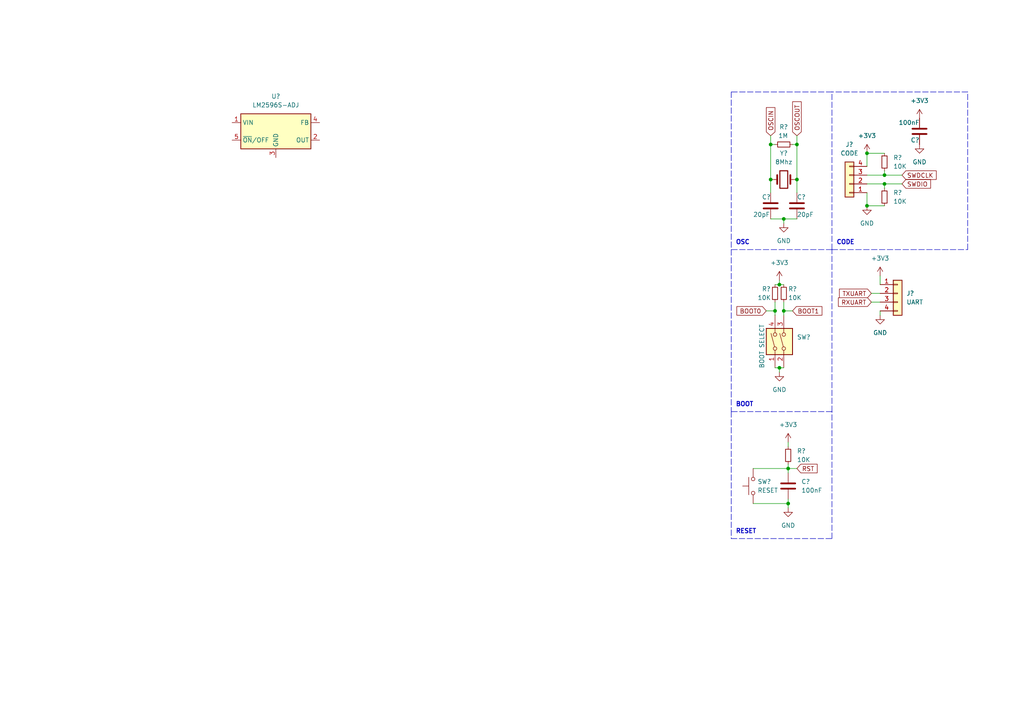
<source format=kicad_sch>
(kicad_sch (version 20211123) (generator eeschema)

  (uuid b7c20d97-bcac-47b9-b41c-0126a66b2490)

  (paper "A4")

  (lib_symbols
    (symbol "Connector_Generic:Conn_01x04" (pin_names (offset 1.016) hide) (in_bom yes) (on_board yes)
      (property "Reference" "J" (id 0) (at 0 5.08 0)
        (effects (font (size 1.27 1.27)))
      )
      (property "Value" "Conn_01x04" (id 1) (at 0 -7.62 0)
        (effects (font (size 1.27 1.27)))
      )
      (property "Footprint" "" (id 2) (at 0 0 0)
        (effects (font (size 1.27 1.27)) hide)
      )
      (property "Datasheet" "~" (id 3) (at 0 0 0)
        (effects (font (size 1.27 1.27)) hide)
      )
      (property "ki_keywords" "connector" (id 4) (at 0 0 0)
        (effects (font (size 1.27 1.27)) hide)
      )
      (property "ki_description" "Generic connector, single row, 01x04, script generated (kicad-library-utils/schlib/autogen/connector/)" (id 5) (at 0 0 0)
        (effects (font (size 1.27 1.27)) hide)
      )
      (property "ki_fp_filters" "Connector*:*_1x??_*" (id 6) (at 0 0 0)
        (effects (font (size 1.27 1.27)) hide)
      )
      (symbol "Conn_01x04_1_1"
        (rectangle (start -1.27 -4.953) (end 0 -5.207)
          (stroke (width 0.1524) (type default) (color 0 0 0 0))
          (fill (type none))
        )
        (rectangle (start -1.27 -2.413) (end 0 -2.667)
          (stroke (width 0.1524) (type default) (color 0 0 0 0))
          (fill (type none))
        )
        (rectangle (start -1.27 0.127) (end 0 -0.127)
          (stroke (width 0.1524) (type default) (color 0 0 0 0))
          (fill (type none))
        )
        (rectangle (start -1.27 2.667) (end 0 2.413)
          (stroke (width 0.1524) (type default) (color 0 0 0 0))
          (fill (type none))
        )
        (rectangle (start -1.27 3.81) (end 1.27 -6.35)
          (stroke (width 0.254) (type default) (color 0 0 0 0))
          (fill (type background))
        )
        (pin passive line (at -5.08 2.54 0) (length 3.81)
          (name "Pin_1" (effects (font (size 1.27 1.27))))
          (number "1" (effects (font (size 1.27 1.27))))
        )
        (pin passive line (at -5.08 0 0) (length 3.81)
          (name "Pin_2" (effects (font (size 1.27 1.27))))
          (number "2" (effects (font (size 1.27 1.27))))
        )
        (pin passive line (at -5.08 -2.54 0) (length 3.81)
          (name "Pin_3" (effects (font (size 1.27 1.27))))
          (number "3" (effects (font (size 1.27 1.27))))
        )
        (pin passive line (at -5.08 -5.08 0) (length 3.81)
          (name "Pin_4" (effects (font (size 1.27 1.27))))
          (number "4" (effects (font (size 1.27 1.27))))
        )
      )
    )
    (symbol "Device:C" (pin_numbers hide) (pin_names (offset 0.254)) (in_bom yes) (on_board yes)
      (property "Reference" "C" (id 0) (at 0.635 2.54 0)
        (effects (font (size 1.27 1.27)) (justify left))
      )
      (property "Value" "C" (id 1) (at 0.635 -2.54 0)
        (effects (font (size 1.27 1.27)) (justify left))
      )
      (property "Footprint" "" (id 2) (at 0.9652 -3.81 0)
        (effects (font (size 1.27 1.27)) hide)
      )
      (property "Datasheet" "~" (id 3) (at 0 0 0)
        (effects (font (size 1.27 1.27)) hide)
      )
      (property "ki_keywords" "cap capacitor" (id 4) (at 0 0 0)
        (effects (font (size 1.27 1.27)) hide)
      )
      (property "ki_description" "Unpolarized capacitor" (id 5) (at 0 0 0)
        (effects (font (size 1.27 1.27)) hide)
      )
      (property "ki_fp_filters" "C_*" (id 6) (at 0 0 0)
        (effects (font (size 1.27 1.27)) hide)
      )
      (symbol "C_0_1"
        (polyline
          (pts
            (xy -2.032 -0.762)
            (xy 2.032 -0.762)
          )
          (stroke (width 0.508) (type default) (color 0 0 0 0))
          (fill (type none))
        )
        (polyline
          (pts
            (xy -2.032 0.762)
            (xy 2.032 0.762)
          )
          (stroke (width 0.508) (type default) (color 0 0 0 0))
          (fill (type none))
        )
      )
      (symbol "C_1_1"
        (pin passive line (at 0 3.81 270) (length 2.794)
          (name "~" (effects (font (size 1.27 1.27))))
          (number "1" (effects (font (size 1.27 1.27))))
        )
        (pin passive line (at 0 -3.81 90) (length 2.794)
          (name "~" (effects (font (size 1.27 1.27))))
          (number "2" (effects (font (size 1.27 1.27))))
        )
      )
    )
    (symbol "Device:Crystal" (pin_numbers hide) (pin_names (offset 1.016) hide) (in_bom yes) (on_board yes)
      (property "Reference" "Y" (id 0) (at 0 3.81 0)
        (effects (font (size 1.27 1.27)))
      )
      (property "Value" "Crystal" (id 1) (at 0 -3.81 0)
        (effects (font (size 1.27 1.27)))
      )
      (property "Footprint" "" (id 2) (at 0 0 0)
        (effects (font (size 1.27 1.27)) hide)
      )
      (property "Datasheet" "~" (id 3) (at 0 0 0)
        (effects (font (size 1.27 1.27)) hide)
      )
      (property "ki_keywords" "quartz ceramic resonator oscillator" (id 4) (at 0 0 0)
        (effects (font (size 1.27 1.27)) hide)
      )
      (property "ki_description" "Two pin crystal" (id 5) (at 0 0 0)
        (effects (font (size 1.27 1.27)) hide)
      )
      (property "ki_fp_filters" "Crystal*" (id 6) (at 0 0 0)
        (effects (font (size 1.27 1.27)) hide)
      )
      (symbol "Crystal_0_1"
        (rectangle (start -1.143 2.54) (end 1.143 -2.54)
          (stroke (width 0.3048) (type default) (color 0 0 0 0))
          (fill (type none))
        )
        (polyline
          (pts
            (xy -2.54 0)
            (xy -1.905 0)
          )
          (stroke (width 0) (type default) (color 0 0 0 0))
          (fill (type none))
        )
        (polyline
          (pts
            (xy -1.905 -1.27)
            (xy -1.905 1.27)
          )
          (stroke (width 0.508) (type default) (color 0 0 0 0))
          (fill (type none))
        )
        (polyline
          (pts
            (xy 1.905 -1.27)
            (xy 1.905 1.27)
          )
          (stroke (width 0.508) (type default) (color 0 0 0 0))
          (fill (type none))
        )
        (polyline
          (pts
            (xy 2.54 0)
            (xy 1.905 0)
          )
          (stroke (width 0) (type default) (color 0 0 0 0))
          (fill (type none))
        )
      )
      (symbol "Crystal_1_1"
        (pin passive line (at -3.81 0 0) (length 1.27)
          (name "1" (effects (font (size 1.27 1.27))))
          (number "1" (effects (font (size 1.27 1.27))))
        )
        (pin passive line (at 3.81 0 180) (length 1.27)
          (name "2" (effects (font (size 1.27 1.27))))
          (number "2" (effects (font (size 1.27 1.27))))
        )
      )
    )
    (symbol "Device:R_Small" (pin_numbers hide) (pin_names (offset 0.254) hide) (in_bom yes) (on_board yes)
      (property "Reference" "R" (id 0) (at 0.762 0.508 0)
        (effects (font (size 1.27 1.27)) (justify left))
      )
      (property "Value" "R_Small" (id 1) (at 0.762 -1.016 0)
        (effects (font (size 1.27 1.27)) (justify left))
      )
      (property "Footprint" "" (id 2) (at 0 0 0)
        (effects (font (size 1.27 1.27)) hide)
      )
      (property "Datasheet" "~" (id 3) (at 0 0 0)
        (effects (font (size 1.27 1.27)) hide)
      )
      (property "ki_keywords" "R resistor" (id 4) (at 0 0 0)
        (effects (font (size 1.27 1.27)) hide)
      )
      (property "ki_description" "Resistor, small symbol" (id 5) (at 0 0 0)
        (effects (font (size 1.27 1.27)) hide)
      )
      (property "ki_fp_filters" "R_*" (id 6) (at 0 0 0)
        (effects (font (size 1.27 1.27)) hide)
      )
      (symbol "R_Small_0_1"
        (rectangle (start -0.762 1.778) (end 0.762 -1.778)
          (stroke (width 0.2032) (type default) (color 0 0 0 0))
          (fill (type none))
        )
      )
      (symbol "R_Small_1_1"
        (pin passive line (at 0 2.54 270) (length 0.762)
          (name "~" (effects (font (size 1.27 1.27))))
          (number "1" (effects (font (size 1.27 1.27))))
        )
        (pin passive line (at 0 -2.54 90) (length 0.762)
          (name "~" (effects (font (size 1.27 1.27))))
          (number "2" (effects (font (size 1.27 1.27))))
        )
      )
    )
    (symbol "Regulator_Switching:LM2596S-ADJ" (in_bom yes) (on_board yes)
      (property "Reference" "U" (id 0) (at -10.16 6.35 0)
        (effects (font (size 1.27 1.27)) (justify left))
      )
      (property "Value" "LM2596S-ADJ" (id 1) (at 0 6.35 0)
        (effects (font (size 1.27 1.27)) (justify left))
      )
      (property "Footprint" "Package_TO_SOT_SMD:TO-263-5_TabPin3" (id 2) (at 1.27 -6.35 0)
        (effects (font (size 1.27 1.27) italic) (justify left) hide)
      )
      (property "Datasheet" "http://www.ti.com/lit/ds/symlink/lm2596.pdf" (id 3) (at 0 0 0)
        (effects (font (size 1.27 1.27)) hide)
      )
      (property "ki_keywords" "Step-Down Voltage Regulator Adjustable 3A" (id 4) (at 0 0 0)
        (effects (font (size 1.27 1.27)) hide)
      )
      (property "ki_description" "Adjustable 3A Step-Down Voltage Regulator, TO-263" (id 5) (at 0 0 0)
        (effects (font (size 1.27 1.27)) hide)
      )
      (property "ki_fp_filters" "TO?263*" (id 6) (at 0 0 0)
        (effects (font (size 1.27 1.27)) hide)
      )
      (symbol "LM2596S-ADJ_0_1"
        (rectangle (start -10.16 5.08) (end 10.16 -5.08)
          (stroke (width 0.254) (type default) (color 0 0 0 0))
          (fill (type background))
        )
      )
      (symbol "LM2596S-ADJ_1_1"
        (pin power_in line (at -12.7 2.54 0) (length 2.54)
          (name "VIN" (effects (font (size 1.27 1.27))))
          (number "1" (effects (font (size 1.27 1.27))))
        )
        (pin output line (at 12.7 -2.54 180) (length 2.54)
          (name "OUT" (effects (font (size 1.27 1.27))))
          (number "2" (effects (font (size 1.27 1.27))))
        )
        (pin power_in line (at 0 -7.62 90) (length 2.54)
          (name "GND" (effects (font (size 1.27 1.27))))
          (number "3" (effects (font (size 1.27 1.27))))
        )
        (pin input line (at 12.7 2.54 180) (length 2.54)
          (name "FB" (effects (font (size 1.27 1.27))))
          (number "4" (effects (font (size 1.27 1.27))))
        )
        (pin input line (at -12.7 -2.54 0) (length 2.54)
          (name "~{ON}/OFF" (effects (font (size 1.27 1.27))))
          (number "5" (effects (font (size 1.27 1.27))))
        )
      )
    )
    (symbol "Switch:SW_DIP_x02" (pin_names (offset 0) hide) (in_bom yes) (on_board yes)
      (property "Reference" "SW" (id 0) (at 0 6.35 0)
        (effects (font (size 1.27 1.27)))
      )
      (property "Value" "SW_DIP_x02" (id 1) (at 0 -3.81 0)
        (effects (font (size 1.27 1.27)))
      )
      (property "Footprint" "" (id 2) (at 0 0 0)
        (effects (font (size 1.27 1.27)) hide)
      )
      (property "Datasheet" "~" (id 3) (at 0 0 0)
        (effects (font (size 1.27 1.27)) hide)
      )
      (property "ki_keywords" "dip switch" (id 4) (at 0 0 0)
        (effects (font (size 1.27 1.27)) hide)
      )
      (property "ki_description" "2x DIP Switch, Single Pole Single Throw (SPST) switch, small symbol" (id 5) (at 0 0 0)
        (effects (font (size 1.27 1.27)) hide)
      )
      (property "ki_fp_filters" "SW?DIP?x2*" (id 6) (at 0 0 0)
        (effects (font (size 1.27 1.27)) hide)
      )
      (symbol "SW_DIP_x02_0_0"
        (circle (center -2.032 0) (radius 0.508)
          (stroke (width 0) (type default) (color 0 0 0 0))
          (fill (type none))
        )
        (circle (center -2.032 2.54) (radius 0.508)
          (stroke (width 0) (type default) (color 0 0 0 0))
          (fill (type none))
        )
        (polyline
          (pts
            (xy -1.524 0.127)
            (xy 2.3622 1.1684)
          )
          (stroke (width 0) (type default) (color 0 0 0 0))
          (fill (type none))
        )
        (polyline
          (pts
            (xy -1.524 2.667)
            (xy 2.3622 3.7084)
          )
          (stroke (width 0) (type default) (color 0 0 0 0))
          (fill (type none))
        )
        (circle (center 2.032 0) (radius 0.508)
          (stroke (width 0) (type default) (color 0 0 0 0))
          (fill (type none))
        )
        (circle (center 2.032 2.54) (radius 0.508)
          (stroke (width 0) (type default) (color 0 0 0 0))
          (fill (type none))
        )
      )
      (symbol "SW_DIP_x02_0_1"
        (rectangle (start -3.81 5.08) (end 3.81 -2.54)
          (stroke (width 0.254) (type default) (color 0 0 0 0))
          (fill (type background))
        )
      )
      (symbol "SW_DIP_x02_1_1"
        (pin passive line (at -7.62 2.54 0) (length 5.08)
          (name "~" (effects (font (size 1.27 1.27))))
          (number "1" (effects (font (size 1.27 1.27))))
        )
        (pin passive line (at -7.62 0 0) (length 5.08)
          (name "~" (effects (font (size 1.27 1.27))))
          (number "2" (effects (font (size 1.27 1.27))))
        )
        (pin passive line (at 7.62 0 180) (length 5.08)
          (name "~" (effects (font (size 1.27 1.27))))
          (number "3" (effects (font (size 1.27 1.27))))
        )
        (pin passive line (at 7.62 2.54 180) (length 5.08)
          (name "~" (effects (font (size 1.27 1.27))))
          (number "4" (effects (font (size 1.27 1.27))))
        )
      )
    )
    (symbol "Switch:SW_Push" (pin_numbers hide) (pin_names (offset 1.016) hide) (in_bom yes) (on_board yes)
      (property "Reference" "SW" (id 0) (at 1.27 2.54 0)
        (effects (font (size 1.27 1.27)) (justify left))
      )
      (property "Value" "SW_Push" (id 1) (at 0 -1.524 0)
        (effects (font (size 1.27 1.27)))
      )
      (property "Footprint" "" (id 2) (at 0 5.08 0)
        (effects (font (size 1.27 1.27)) hide)
      )
      (property "Datasheet" "~" (id 3) (at 0 5.08 0)
        (effects (font (size 1.27 1.27)) hide)
      )
      (property "ki_keywords" "switch normally-open pushbutton push-button" (id 4) (at 0 0 0)
        (effects (font (size 1.27 1.27)) hide)
      )
      (property "ki_description" "Push button switch, generic, two pins" (id 5) (at 0 0 0)
        (effects (font (size 1.27 1.27)) hide)
      )
      (symbol "SW_Push_0_1"
        (circle (center -2.032 0) (radius 0.508)
          (stroke (width 0) (type default) (color 0 0 0 0))
          (fill (type none))
        )
        (polyline
          (pts
            (xy 0 1.27)
            (xy 0 3.048)
          )
          (stroke (width 0) (type default) (color 0 0 0 0))
          (fill (type none))
        )
        (polyline
          (pts
            (xy 2.54 1.27)
            (xy -2.54 1.27)
          )
          (stroke (width 0) (type default) (color 0 0 0 0))
          (fill (type none))
        )
        (circle (center 2.032 0) (radius 0.508)
          (stroke (width 0) (type default) (color 0 0 0 0))
          (fill (type none))
        )
        (pin passive line (at -5.08 0 0) (length 2.54)
          (name "1" (effects (font (size 1.27 1.27))))
          (number "1" (effects (font (size 1.27 1.27))))
        )
        (pin passive line (at 5.08 0 180) (length 2.54)
          (name "2" (effects (font (size 1.27 1.27))))
          (number "2" (effects (font (size 1.27 1.27))))
        )
      )
    )
    (symbol "power:+3V3" (power) (pin_names (offset 0)) (in_bom yes) (on_board yes)
      (property "Reference" "#PWR" (id 0) (at 0 -3.81 0)
        (effects (font (size 1.27 1.27)) hide)
      )
      (property "Value" "+3V3" (id 1) (at 0 3.556 0)
        (effects (font (size 1.27 1.27)))
      )
      (property "Footprint" "" (id 2) (at 0 0 0)
        (effects (font (size 1.27 1.27)) hide)
      )
      (property "Datasheet" "" (id 3) (at 0 0 0)
        (effects (font (size 1.27 1.27)) hide)
      )
      (property "ki_keywords" "power-flag" (id 4) (at 0 0 0)
        (effects (font (size 1.27 1.27)) hide)
      )
      (property "ki_description" "Power symbol creates a global label with name \"+3V3\"" (id 5) (at 0 0 0)
        (effects (font (size 1.27 1.27)) hide)
      )
      (symbol "+3V3_0_1"
        (polyline
          (pts
            (xy -0.762 1.27)
            (xy 0 2.54)
          )
          (stroke (width 0) (type default) (color 0 0 0 0))
          (fill (type none))
        )
        (polyline
          (pts
            (xy 0 0)
            (xy 0 2.54)
          )
          (stroke (width 0) (type default) (color 0 0 0 0))
          (fill (type none))
        )
        (polyline
          (pts
            (xy 0 2.54)
            (xy 0.762 1.27)
          )
          (stroke (width 0) (type default) (color 0 0 0 0))
          (fill (type none))
        )
      )
      (symbol "+3V3_1_1"
        (pin power_in line (at 0 0 90) (length 0) hide
          (name "+3V3" (effects (font (size 1.27 1.27))))
          (number "1" (effects (font (size 1.27 1.27))))
        )
      )
    )
    (symbol "power:GND" (power) (pin_names (offset 0)) (in_bom yes) (on_board yes)
      (property "Reference" "#PWR" (id 0) (at 0 -6.35 0)
        (effects (font (size 1.27 1.27)) hide)
      )
      (property "Value" "GND" (id 1) (at 0 -3.81 0)
        (effects (font (size 1.27 1.27)))
      )
      (property "Footprint" "" (id 2) (at 0 0 0)
        (effects (font (size 1.27 1.27)) hide)
      )
      (property "Datasheet" "" (id 3) (at 0 0 0)
        (effects (font (size 1.27 1.27)) hide)
      )
      (property "ki_keywords" "power-flag" (id 4) (at 0 0 0)
        (effects (font (size 1.27 1.27)) hide)
      )
      (property "ki_description" "Power symbol creates a global label with name \"GND\" , ground" (id 5) (at 0 0 0)
        (effects (font (size 1.27 1.27)) hide)
      )
      (symbol "GND_0_1"
        (polyline
          (pts
            (xy 0 0)
            (xy 0 -1.27)
            (xy 1.27 -1.27)
            (xy 0 -2.54)
            (xy -1.27 -1.27)
            (xy 0 -1.27)
          )
          (stroke (width 0) (type default) (color 0 0 0 0))
          (fill (type none))
        )
      )
      (symbol "GND_1_1"
        (pin power_in line (at 0 0 270) (length 0) hide
          (name "GND" (effects (font (size 1.27 1.27))))
          (number "1" (effects (font (size 1.27 1.27))))
        )
      )
    )
  )

  (junction (at 223.52 41.91) (diameter 0) (color 0 0 0 0)
    (uuid 0023e298-84e6-4ff4-87a6-254c16798ad8)
  )
  (junction (at 256.54 53.34) (diameter 0) (color 0 0 0 0)
    (uuid 016dae1e-f166-4194-b03b-73be6d6a84b3)
  )
  (junction (at 224.79 90.17) (diameter 0) (color 0 0 0 0)
    (uuid 03914dfb-0ee7-443b-afdb-82cd1ecc5ab3)
  )
  (junction (at 251.46 44.45) (diameter 0) (color 0 0 0 0)
    (uuid 0f6b0162-cd6a-4e93-9403-9218c9ee6b59)
  )
  (junction (at 227.33 63.5) (diameter 0) (color 0 0 0 0)
    (uuid 14f94edb-0a18-41c6-81a1-524b1f13f23d)
  )
  (junction (at 228.6 146.05) (diameter 0) (color 0 0 0 0)
    (uuid 559008cc-58f4-4748-a1f8-6945e9fb64bc)
  )
  (junction (at 226.06 106.68) (diameter 0) (color 0 0 0 0)
    (uuid 64444d67-ad0c-4051-8a3a-2550f006509f)
  )
  (junction (at 226.06 82.55) (diameter 0) (color 0 0 0 0)
    (uuid 7aa3badf-4ccb-4e60-940c-9ec5e71f1bb7)
  )
  (junction (at 256.54 50.8) (diameter 0) (color 0 0 0 0)
    (uuid 846e9338-b9b0-4841-86dc-244fed66b73d)
  )
  (junction (at 231.14 41.91) (diameter 0) (color 0 0 0 0)
    (uuid 8c2b5e79-4c4e-4af5-90d1-14df9ea2d69b)
  )
  (junction (at 223.52 52.07) (diameter 0) (color 0 0 0 0)
    (uuid 98bf76e7-d8f1-45cc-90e2-7f8182e09887)
  )
  (junction (at 227.33 90.17) (diameter 0) (color 0 0 0 0)
    (uuid ae8646ea-1981-4bce-88d1-09c3d545c12b)
  )
  (junction (at 228.6 135.89) (diameter 0) (color 0 0 0 0)
    (uuid b97e2bc0-308f-4682-b9a6-779df4ae12e0)
  )
  (junction (at 251.46 59.69) (diameter 0) (color 0 0 0 0)
    (uuid d12bd1bb-e305-43aa-8c1a-dbfbf8c734b4)
  )
  (junction (at 231.14 52.07) (diameter 0) (color 0 0 0 0)
    (uuid d38441e0-e660-4d1f-a62b-d290b55090e2)
  )

  (wire (pts (xy 231.14 39.37) (xy 231.14 41.91))
    (stroke (width 0) (type default) (color 0 0 0 0))
    (uuid 05f640c8-150f-49a0-bca7-84f7f0b2bee9)
  )
  (polyline (pts (xy 241.3 72.39) (xy 212.09 72.39))
    (stroke (width 0) (type default) (color 0 0 0 0))
    (uuid 08dede75-9ed1-4277-ab69-ab9a4515c9d2)
  )

  (wire (pts (xy 251.46 53.34) (xy 256.54 53.34))
    (stroke (width 0) (type default) (color 0 0 0 0))
    (uuid 1009d6f3-f0a8-4068-8faa-0478bf0660cd)
  )
  (wire (pts (xy 227.33 90.17) (xy 227.33 91.44))
    (stroke (width 0) (type default) (color 0 0 0 0))
    (uuid 1356b7a2-6005-498d-9d4b-87c83d2f1466)
  )
  (wire (pts (xy 227.33 87.63) (xy 227.33 90.17))
    (stroke (width 0) (type default) (color 0 0 0 0))
    (uuid 15929d89-43e4-4932-a3be-fdf29fa2862d)
  )
  (wire (pts (xy 224.79 82.55) (xy 226.06 82.55))
    (stroke (width 0) (type default) (color 0 0 0 0))
    (uuid 19ac9944-1f46-4861-8b09-3257a140f91f)
  )
  (wire (pts (xy 231.14 52.07) (xy 231.14 55.88))
    (stroke (width 0) (type default) (color 0 0 0 0))
    (uuid 1b6cc98d-8d03-4943-bcc3-4d60566a8d1a)
  )
  (polyline (pts (xy 241.3 72.39) (xy 280.67 72.39))
    (stroke (width 0) (type default) (color 0 0 0 0))
    (uuid 203eae74-92af-436e-a4db-eebe5d2f5948)
  )

  (wire (pts (xy 256.54 53.34) (xy 261.62 53.34))
    (stroke (width 0) (type default) (color 0 0 0 0))
    (uuid 20dd97f7-632e-42cf-9695-5a5286c9b5af)
  )
  (wire (pts (xy 226.06 106.68) (xy 227.33 106.68))
    (stroke (width 0) (type default) (color 0 0 0 0))
    (uuid 2237592a-068a-4a2a-82d3-589e0dfe80c3)
  )
  (wire (pts (xy 222.25 90.17) (xy 224.79 90.17))
    (stroke (width 0) (type default) (color 0 0 0 0))
    (uuid 2f56bd58-4e6d-4bf6-be17-80ea1a95998d)
  )
  (wire (pts (xy 228.6 135.89) (xy 228.6 137.16))
    (stroke (width 0) (type default) (color 0 0 0 0))
    (uuid 34ae52d2-6026-4731-8be6-dc9d93cc435a)
  )
  (polyline (pts (xy 241.3 26.67) (xy 212.09 26.67))
    (stroke (width 0) (type default) (color 0 0 0 0))
    (uuid 45ea99a0-6115-406b-9f0a-11eeb7b80110)
  )

  (wire (pts (xy 228.6 147.32) (xy 228.6 146.05))
    (stroke (width 0) (type default) (color 0 0 0 0))
    (uuid 498d1ffc-5ed6-46aa-b6ee-cfcd4a086851)
  )
  (wire (pts (xy 231.14 41.91) (xy 231.14 52.07))
    (stroke (width 0) (type default) (color 0 0 0 0))
    (uuid 49b1af45-0f54-48a9-a41f-a15317d03b94)
  )
  (wire (pts (xy 251.46 44.45) (xy 256.54 44.45))
    (stroke (width 0) (type default) (color 0 0 0 0))
    (uuid 4a84c597-b22c-4ee8-bc8c-595e83c8554c)
  )
  (wire (pts (xy 251.46 44.45) (xy 251.46 48.26))
    (stroke (width 0) (type default) (color 0 0 0 0))
    (uuid 4c88ebd6-313c-4632-a687-384f5b5d0b0e)
  )
  (polyline (pts (xy 212.09 156.21) (xy 241.3 156.21))
    (stroke (width 0) (type default) (color 0 0 0 0))
    (uuid 4e98af9a-e2a6-432e-91e6-a1a0196724e7)
  )

  (wire (pts (xy 228.6 135.89) (xy 231.14 135.89))
    (stroke (width 0) (type default) (color 0 0 0 0))
    (uuid 50a07df2-9ff0-487b-9b5c-219451225c96)
  )
  (wire (pts (xy 252.73 87.63) (xy 255.27 87.63))
    (stroke (width 0) (type default) (color 0 0 0 0))
    (uuid 52ff2270-8e80-4ef5-9c9b-878505e61df5)
  )
  (wire (pts (xy 251.46 59.69) (xy 251.46 55.88))
    (stroke (width 0) (type default) (color 0 0 0 0))
    (uuid 6270c074-d506-49a0-99a7-1f5caaa4c5e8)
  )
  (wire (pts (xy 255.27 80.01) (xy 255.27 82.55))
    (stroke (width 0) (type default) (color 0 0 0 0))
    (uuid 664991c2-d8e8-425b-a5b9-7d81b239a84f)
  )
  (wire (pts (xy 252.73 85.09) (xy 255.27 85.09))
    (stroke (width 0) (type default) (color 0 0 0 0))
    (uuid 6811114f-7913-4d16-b80f-df58b2d4869d)
  )
  (wire (pts (xy 228.6 146.05) (xy 228.6 144.78))
    (stroke (width 0) (type default) (color 0 0 0 0))
    (uuid 69ba65d9-51f0-40e5-87a5-9445ae9139f7)
  )
  (wire (pts (xy 223.52 52.07) (xy 223.52 55.88))
    (stroke (width 0) (type default) (color 0 0 0 0))
    (uuid 6a6caac4-fa87-43fa-bdc0-d0990b1ef686)
  )
  (wire (pts (xy 224.79 41.91) (xy 223.52 41.91))
    (stroke (width 0) (type default) (color 0 0 0 0))
    (uuid 71dccd11-611e-4fac-a5e1-049f461d070a)
  )
  (wire (pts (xy 227.33 63.5) (xy 231.14 63.5))
    (stroke (width 0) (type default) (color 0 0 0 0))
    (uuid 7ffeabc3-0e3c-4cf1-bd87-409868db3eb3)
  )
  (wire (pts (xy 224.79 87.63) (xy 224.79 90.17))
    (stroke (width 0) (type default) (color 0 0 0 0))
    (uuid 8000269a-8a16-4ffb-839f-9d1eec23abe7)
  )
  (wire (pts (xy 251.46 50.8) (xy 256.54 50.8))
    (stroke (width 0) (type default) (color 0 0 0 0))
    (uuid 803594b5-0dff-4cd3-8264-9b433ae9ad98)
  )
  (polyline (pts (xy 241.3 156.21) (xy 241.3 119.38))
    (stroke (width 0) (type default) (color 0 0 0 0))
    (uuid 8085170a-f2d3-4c2e-a1ea-71420b374487)
  )

  (wire (pts (xy 223.52 39.37) (xy 223.52 41.91))
    (stroke (width 0) (type default) (color 0 0 0 0))
    (uuid 80f1cc12-7359-4079-bfe4-2f2b22886f44)
  )
  (wire (pts (xy 223.52 41.91) (xy 223.52 52.07))
    (stroke (width 0) (type default) (color 0 0 0 0))
    (uuid 8305d649-f23b-40c3-8972-c7dce2d1b6b3)
  )
  (wire (pts (xy 226.06 82.55) (xy 227.33 82.55))
    (stroke (width 0) (type default) (color 0 0 0 0))
    (uuid 8474913e-a08f-4f1d-a9b8-f7ee9c655090)
  )
  (polyline (pts (xy 241.3 72.39) (xy 241.3 26.67))
    (stroke (width 0) (type default) (color 0 0 0 0))
    (uuid 89c1a46b-8e44-40e0-bca7-3b33e99ac0dc)
  )

  (wire (pts (xy 256.54 53.34) (xy 256.54 54.61))
    (stroke (width 0) (type default) (color 0 0 0 0))
    (uuid 89fe3cb8-b762-48ea-ac6e-820d11bc1a76)
  )
  (polyline (pts (xy 241.3 119.38) (xy 241.3 72.39))
    (stroke (width 0) (type default) (color 0 0 0 0))
    (uuid 8c35b755-1418-41cc-af19-270a49fcb098)
  )

  (wire (pts (xy 227.33 90.17) (xy 229.87 90.17))
    (stroke (width 0) (type default) (color 0 0 0 0))
    (uuid 8cd7d6a3-33f9-478b-b289-52037adef297)
  )
  (wire (pts (xy 251.46 59.69) (xy 256.54 59.69))
    (stroke (width 0) (type default) (color 0 0 0 0))
    (uuid 92929e40-ae68-45f2-a65f-ce570a62fe2e)
  )
  (wire (pts (xy 224.79 90.17) (xy 224.79 91.44))
    (stroke (width 0) (type default) (color 0 0 0 0))
    (uuid 9520f783-5c50-4548-a168-c0f27301e45b)
  )
  (polyline (pts (xy 241.3 119.38) (xy 212.09 119.38))
    (stroke (width 0) (type default) (color 0 0 0 0))
    (uuid 98c3ac95-7e8e-4262-b094-6224419849eb)
  )

  (wire (pts (xy 226.06 81.28) (xy 226.06 82.55))
    (stroke (width 0) (type default) (color 0 0 0 0))
    (uuid a939fe84-b723-45e1-8bba-2dba3199fead)
  )
  (wire (pts (xy 218.44 146.05) (xy 228.6 146.05))
    (stroke (width 0) (type default) (color 0 0 0 0))
    (uuid a96feb78-cd3e-46a5-ba1f-105535f1ec0b)
  )
  (wire (pts (xy 228.6 128.27) (xy 228.6 129.54))
    (stroke (width 0) (type default) (color 0 0 0 0))
    (uuid a9aa27c4-94ec-45c2-94f7-fcdfb09d3779)
  )
  (polyline (pts (xy 212.09 72.39) (xy 212.09 119.38))
    (stroke (width 0) (type default) (color 0 0 0 0))
    (uuid aa5a7c8c-126d-4fa5-b6df-8cfa3560f7dd)
  )

  (wire (pts (xy 255.27 91.44) (xy 255.27 90.17))
    (stroke (width 0) (type default) (color 0 0 0 0))
    (uuid b4c66344-8990-4fff-ab11-fbfcf1c2fe00)
  )
  (polyline (pts (xy 280.67 26.67) (xy 241.3 26.67))
    (stroke (width 0) (type default) (color 0 0 0 0))
    (uuid b6377c56-5337-4025-97b4-bc6d90b90cf8)
  )

  (wire (pts (xy 228.6 134.62) (xy 228.6 135.89))
    (stroke (width 0) (type default) (color 0 0 0 0))
    (uuid b8dbc16a-3276-4bea-b92e-827edd4c22ec)
  )
  (wire (pts (xy 224.79 106.68) (xy 226.06 106.68))
    (stroke (width 0) (type default) (color 0 0 0 0))
    (uuid c074adfc-70a8-430a-9766-1272ff98a763)
  )
  (polyline (pts (xy 280.67 72.39) (xy 280.67 26.67))
    (stroke (width 0) (type default) (color 0 0 0 0))
    (uuid cd81c19f-3bf1-4e8f-8f1b-35f3d1553a47)
  )

  (wire (pts (xy 256.54 49.53) (xy 256.54 50.8))
    (stroke (width 0) (type default) (color 0 0 0 0))
    (uuid d101b38b-8f01-4551-b526-35c49c0cd583)
  )
  (wire (pts (xy 223.52 63.5) (xy 227.33 63.5))
    (stroke (width 0) (type default) (color 0 0 0 0))
    (uuid dfc805b6-6537-4cc4-b008-ed91a3ad554a)
  )
  (wire (pts (xy 218.44 135.89) (xy 228.6 135.89))
    (stroke (width 0) (type default) (color 0 0 0 0))
    (uuid e0688d4a-e60f-4f98-b3bf-1209f99d06ff)
  )
  (wire (pts (xy 229.87 41.91) (xy 231.14 41.91))
    (stroke (width 0) (type default) (color 0 0 0 0))
    (uuid e2ef92af-f79f-4181-b9de-7a782cb1928e)
  )
  (polyline (pts (xy 212.09 26.67) (xy 212.09 72.39))
    (stroke (width 0) (type default) (color 0 0 0 0))
    (uuid e9d725b4-bff7-446c-b5f1-1bcb1633a75d)
  )

  (wire (pts (xy 226.06 107.95) (xy 226.06 106.68))
    (stroke (width 0) (type default) (color 0 0 0 0))
    (uuid ee132697-6ea9-4ccc-a65b-00a2d30d6557)
  )
  (polyline (pts (xy 212.09 119.38) (xy 212.09 156.21))
    (stroke (width 0) (type default) (color 0 0 0 0))
    (uuid f1e91f02-70e6-49da-9b6e-62dae671c818)
  )

  (wire (pts (xy 256.54 50.8) (xy 261.62 50.8))
    (stroke (width 0) (type default) (color 0 0 0 0))
    (uuid f54cd2a7-852c-4c3a-8c12-724f5154aa7a)
  )
  (wire (pts (xy 227.33 64.77) (xy 227.33 63.5))
    (stroke (width 0) (type default) (color 0 0 0 0))
    (uuid fe65e1d9-6bbd-4c9d-86cb-363466d9cb8f)
  )

  (text "CODE" (at 242.57 71.12 0)
    (effects (font (size 1.27 1.27) (thickness 0.254) bold) (justify left bottom))
    (uuid 0af9f669-fcda-44e5-bd95-6983d630667e)
  )
  (text "BOOT" (at 213.36 118.11 0)
    (effects (font (size 1.27 1.27) (thickness 0.254) bold) (justify left bottom))
    (uuid 1dcb99ab-0152-43d0-b32c-d731021ca71f)
  )
  (text "OSC" (at 213.36 71.12 0)
    (effects (font (size 1.27 1.27) (thickness 0.254) bold) (justify left bottom))
    (uuid e2868145-d7ac-4bd2-b404-0f3786e4ab9d)
  )
  (text "RESET" (at 213.36 154.94 0)
    (effects (font (size 1.27 1.27) (thickness 0.254) bold) (justify left bottom))
    (uuid e8411063-dca7-4829-94ff-62a7fbde98a3)
  )

  (global_label "OSCIN" (shape input) (at 223.52 39.37 90) (fields_autoplaced)
    (effects (font (size 1.27 1.27)) (justify left))
    (uuid 27f5cdd8-8f2c-45ff-9602-f8df81750b5c)
    (property "Intersheet References" "${INTERSHEET_REFS}" (id 0) (at 223.4406 31.2117 90)
      (effects (font (size 1.27 1.27)) (justify left) hide)
    )
  )
  (global_label "SWDIO" (shape input) (at 261.62 53.34 0) (fields_autoplaced)
    (effects (font (size 1.27 1.27)) (justify left))
    (uuid 2f865e2a-0e2a-4ab7-880c-735dec4a0d33)
    (property "Intersheet References" "${INTERSHEET_REFS}" (id 0) (at 269.8993 53.2606 0)
      (effects (font (size 1.27 1.27)) (justify left) hide)
    )
  )
  (global_label "BOOT1" (shape input) (at 229.87 90.17 0) (fields_autoplaced)
    (effects (font (size 1.27 1.27)) (justify left))
    (uuid 31a76157-69e3-4172-95df-21f75e373387)
    (property "Intersheet References" "${INTERSHEET_REFS}" (id 0) (at 238.3912 90.0906 0)
      (effects (font (size 1.27 1.27)) (justify left) hide)
    )
  )
  (global_label "OSCOUT" (shape input) (at 231.14 39.37 90) (fields_autoplaced)
    (effects (font (size 1.27 1.27)) (justify left))
    (uuid 436b114a-925a-4204-8c6c-4905b78f95cf)
    (property "Intersheet References" "${INTERSHEET_REFS}" (id 0) (at 231.0606 29.5183 90)
      (effects (font (size 1.27 1.27)) (justify left) hide)
    )
  )
  (global_label "RXUART" (shape input) (at 252.73 87.63 180) (fields_autoplaced)
    (effects (font (size 1.27 1.27)) (justify right))
    (uuid 64f558ad-d222-46d9-af2a-3efa6a4eaba1)
    (property "Intersheet References" "${INTERSHEET_REFS}" (id 0) (at 243.1807 87.7094 0)
      (effects (font (size 1.27 1.27)) (justify right) hide)
    )
  )
  (global_label "RST" (shape input) (at 231.14 135.89 0) (fields_autoplaced)
    (effects (font (size 1.27 1.27)) (justify left))
    (uuid 93f3e86e-70b2-4a60-9a87-ff4dcb57987f)
    (property "Intersheet References" "${INTERSHEET_REFS}" (id 0) (at 237.0002 135.8106 0)
      (effects (font (size 1.27 1.27)) (justify left) hide)
    )
  )
  (global_label "SWDCLK" (shape input) (at 261.62 50.8 0) (fields_autoplaced)
    (effects (font (size 1.27 1.27)) (justify left))
    (uuid 9503ffcd-11d4-4150-a097-bf33df53d096)
    (property "Intersheet References" "${INTERSHEET_REFS}" (id 0) (at 271.5321 50.7206 0)
      (effects (font (size 1.27 1.27)) (justify left) hide)
    )
  )
  (global_label "BOOT0" (shape input) (at 222.25 90.17 180) (fields_autoplaced)
    (effects (font (size 1.27 1.27)) (justify right))
    (uuid 9ff0e80f-8258-4056-ab6a-3ec0467d2d7e)
    (property "Intersheet References" "${INTERSHEET_REFS}" (id 0) (at 213.7288 90.0906 0)
      (effects (font (size 1.27 1.27)) (justify right) hide)
    )
  )
  (global_label "TXUART" (shape input) (at 252.73 85.09 180) (fields_autoplaced)
    (effects (font (size 1.27 1.27)) (justify right))
    (uuid f50fb961-250f-44b6-be73-d4f61f398a11)
    (property "Intersheet References" "${INTERSHEET_REFS}" (id 0) (at 243.4831 85.1694 0)
      (effects (font (size 1.27 1.27)) (justify right) hide)
    )
  )

  (symbol (lib_id "Device:R_Small") (at 228.6 132.08 0) (unit 1)
    (in_bom yes) (on_board yes) (fields_autoplaced)
    (uuid 0845a33b-fa03-4f30-9b19-0e2c8e70acb0)
    (property "Reference" "R?" (id 0) (at 231.14 130.8099 0)
      (effects (font (size 1.27 1.27)) (justify left))
    )
    (property "Value" "10K" (id 1) (at 231.14 133.3499 0)
      (effects (font (size 1.27 1.27)) (justify left))
    )
    (property "Footprint" "Resistor_SMD:R_0805_2012Metric_Pad1.20x1.40mm_HandSolder" (id 2) (at 228.6 132.08 0)
      (effects (font (size 1.27 1.27)) hide)
    )
    (property "Datasheet" "~" (id 3) (at 228.6 132.08 0)
      (effects (font (size 1.27 1.27)) hide)
    )
    (pin "1" (uuid d6b1f776-97fc-447a-8088-05aa256f3163))
    (pin "2" (uuid 892c2aa3-16e7-447b-a5dc-0048c848f643))
  )

  (symbol (lib_id "Device:R_Small") (at 256.54 57.15 0) (unit 1)
    (in_bom yes) (on_board yes) (fields_autoplaced)
    (uuid 0e19eff1-cf2e-40d3-961d-f3b61b955b87)
    (property "Reference" "R?" (id 0) (at 259.08 55.8799 0)
      (effects (font (size 1.27 1.27)) (justify left))
    )
    (property "Value" "10K" (id 1) (at 259.08 58.4199 0)
      (effects (font (size 1.27 1.27)) (justify left))
    )
    (property "Footprint" "Resistor_SMD:R_0805_2012Metric_Pad1.20x1.40mm_HandSolder" (id 2) (at 256.54 57.15 0)
      (effects (font (size 1.27 1.27)) hide)
    )
    (property "Datasheet" "~" (id 3) (at 256.54 57.15 0)
      (effects (font (size 1.27 1.27)) hide)
    )
    (pin "1" (uuid 50dd158c-1d6b-49b4-8490-3e32a3c17350))
    (pin "2" (uuid a35198e7-4c07-44b9-bdc1-5525917bb9de))
  )

  (symbol (lib_id "Switch:SW_DIP_x02") (at 227.33 99.06 90) (unit 1)
    (in_bom yes) (on_board yes)
    (uuid 1411e563-f98e-4ef4-b44c-b545151f9398)
    (property "Reference" "SW?" (id 0) (at 231.14 97.7899 90)
      (effects (font (size 1.27 1.27)) (justify right))
    )
    (property "Value" "BOOT SELECT" (id 1) (at 220.98 93.98 0)
      (effects (font (size 1.27 1.27)) (justify right))
    )
    (property "Footprint" "Button_Switch_SMD:SW_DIP_SPSTx02_Slide_6.7x6.64mm_W6.73mm_P2.54mm_LowProfile_JPin" (id 2) (at 227.33 99.06 0)
      (effects (font (size 1.27 1.27)) hide)
    )
    (property "Datasheet" "~" (id 3) (at 227.33 99.06 0)
      (effects (font (size 1.27 1.27)) hide)
    )
    (pin "1" (uuid 45c317fa-e261-4df1-b099-df43009a0742))
    (pin "2" (uuid 6a2fdaf0-b72f-4239-9f48-f357bf787d8b))
    (pin "3" (uuid 7c04e490-f599-4610-9ff4-bdf11ae5c18f))
    (pin "4" (uuid df99c7b5-db69-4edd-954c-03df9eb7a0dc))
  )

  (symbol (lib_id "Device:C") (at 266.7 38.1 180) (unit 1)
    (in_bom yes) (on_board yes)
    (uuid 17475aab-4d82-4d00-8498-72dc73e1fad5)
    (property "Reference" "C?" (id 0) (at 266.7 40.64 0)
      (effects (font (size 1.27 1.27)) (justify left))
    )
    (property "Value" "100nF" (id 1) (at 266.7 35.56 0)
      (effects (font (size 1.27 1.27)) (justify left))
    )
    (property "Footprint" "Capacitor_SMD:C_0805_2012Metric_Pad1.18x1.45mm_HandSolder" (id 2) (at 265.7348 34.29 0)
      (effects (font (size 1.27 1.27)) hide)
    )
    (property "Datasheet" "~" (id 3) (at 266.7 38.1 0)
      (effects (font (size 1.27 1.27)) hide)
    )
    (pin "1" (uuid 4f371b8b-a2af-45fc-bb68-15d3fd129da2))
    (pin "2" (uuid 5f3b54ef-f146-429e-a17d-a1e2f9a3ea85))
  )

  (symbol (lib_id "power:GND") (at 228.6 147.32 0) (unit 1)
    (in_bom yes) (on_board yes) (fields_autoplaced)
    (uuid 1ce656d1-f236-44bd-b1c1-2790cb47cc48)
    (property "Reference" "#PWR?" (id 0) (at 228.6 153.67 0)
      (effects (font (size 1.27 1.27)) hide)
    )
    (property "Value" "GND" (id 1) (at 228.6 152.4 0))
    (property "Footprint" "" (id 2) (at 228.6 147.32 0)
      (effects (font (size 1.27 1.27)) hide)
    )
    (property "Datasheet" "" (id 3) (at 228.6 147.32 0)
      (effects (font (size 1.27 1.27)) hide)
    )
    (pin "1" (uuid 2b89c23a-2cd4-4e81-aceb-26b8e7700cda))
  )

  (symbol (lib_id "Connector_Generic:Conn_01x04") (at 246.38 53.34 180) (unit 1)
    (in_bom yes) (on_board yes) (fields_autoplaced)
    (uuid 2c0f5f04-230f-4dd3-94ec-b3ddd58200a5)
    (property "Reference" "J?" (id 0) (at 246.38 41.91 0))
    (property "Value" "CODE" (id 1) (at 246.38 44.45 0))
    (property "Footprint" "Connector_PinHeader_2.54mm:PinHeader_1x04_P2.54mm_Vertical" (id 2) (at 246.38 53.34 0)
      (effects (font (size 1.27 1.27)) hide)
    )
    (property "Datasheet" "~" (id 3) (at 246.38 53.34 0)
      (effects (font (size 1.27 1.27)) hide)
    )
    (pin "1" (uuid be9bbf3f-279d-4edd-bb20-ef080450fdbd))
    (pin "2" (uuid 2c306848-1643-4206-b7b5-d2115186b07a))
    (pin "3" (uuid adec40b2-be02-4520-949c-261c2d38dbbe))
    (pin "4" (uuid fcf81b2b-f786-4c53-8fa8-349e80692583))
  )

  (symbol (lib_id "Regulator_Switching:LM2596S-ADJ") (at 80.01 38.1 0) (unit 1)
    (in_bom yes) (on_board yes) (fields_autoplaced)
    (uuid 4c4fed03-28b7-4b47-80dc-f977dfa4bda3)
    (property "Reference" "U?" (id 0) (at 80.01 27.94 0))
    (property "Value" "LM2596S-ADJ" (id 1) (at 80.01 30.48 0))
    (property "Footprint" "Package_TO_SOT_SMD:TO-263-5_TabPin3" (id 2) (at 81.28 44.45 0)
      (effects (font (size 1.27 1.27) italic) (justify left) hide)
    )
    (property "Datasheet" "http://www.ti.com/lit/ds/symlink/lm2596.pdf" (id 3) (at 80.01 38.1 0)
      (effects (font (size 1.27 1.27)) hide)
    )
    (pin "1" (uuid 259ab299-4e80-49d9-a5eb-27969cef9c2c))
    (pin "2" (uuid 3548e7f0-7816-4f1b-b244-dadc0ab5a99b))
    (pin "3" (uuid 7d0506f6-50ce-4a63-9c31-aaad1991cb02))
    (pin "4" (uuid a679588d-3239-42e2-8c19-9cdfa05136ca))
    (pin "5" (uuid 33687eed-f4a1-468f-b4dd-df58922b5492))
  )

  (symbol (lib_id "power:+3V3") (at 266.7 34.29 0) (unit 1)
    (in_bom yes) (on_board yes) (fields_autoplaced)
    (uuid 51e56134-8199-4d19-a054-1e91ad9e40b5)
    (property "Reference" "#PWR?" (id 0) (at 266.7 38.1 0)
      (effects (font (size 1.27 1.27)) hide)
    )
    (property "Value" "+3V3" (id 1) (at 266.7 29.21 0))
    (property "Footprint" "" (id 2) (at 266.7 34.29 0)
      (effects (font (size 1.27 1.27)) hide)
    )
    (property "Datasheet" "" (id 3) (at 266.7 34.29 0)
      (effects (font (size 1.27 1.27)) hide)
    )
    (pin "1" (uuid 72c6b26f-84ad-4b56-abb2-57c35f82fc61))
  )

  (symbol (lib_id "power:+3V3") (at 228.6 128.27 0) (unit 1)
    (in_bom yes) (on_board yes) (fields_autoplaced)
    (uuid 5d7226b9-af2e-4a3b-bf42-4632775f1f77)
    (property "Reference" "#PWR?" (id 0) (at 228.6 132.08 0)
      (effects (font (size 1.27 1.27)) hide)
    )
    (property "Value" "+3V3" (id 1) (at 228.6 123.19 0))
    (property "Footprint" "" (id 2) (at 228.6 128.27 0)
      (effects (font (size 1.27 1.27)) hide)
    )
    (property "Datasheet" "" (id 3) (at 228.6 128.27 0)
      (effects (font (size 1.27 1.27)) hide)
    )
    (pin "1" (uuid 2435d589-3569-4126-84c5-ba2950fe5865))
  )

  (symbol (lib_id "Device:R_Small") (at 224.79 85.09 0) (unit 1)
    (in_bom yes) (on_board yes)
    (uuid 65a3ecb2-fadd-4ea6-94ac-31118b6fdc90)
    (property "Reference" "R?" (id 0) (at 220.98 83.82 0)
      (effects (font (size 1.27 1.27)) (justify left))
    )
    (property "Value" "10K" (id 1) (at 219.71 86.36 0)
      (effects (font (size 1.27 1.27)) (justify left))
    )
    (property "Footprint" "Resistor_SMD:R_0805_2012Metric_Pad1.20x1.40mm_HandSolder" (id 2) (at 224.79 85.09 0)
      (effects (font (size 1.27 1.27)) hide)
    )
    (property "Datasheet" "~" (id 3) (at 224.79 85.09 0)
      (effects (font (size 1.27 1.27)) hide)
    )
    (pin "1" (uuid e94ad025-1b47-4647-bcd6-7aa9d9dbf010))
    (pin "2" (uuid c7bd896c-ea30-4c22-a6d4-c26091a0e0cd))
  )

  (symbol (lib_id "Device:C") (at 231.14 59.69 0) (unit 1)
    (in_bom yes) (on_board yes)
    (uuid 6711dfe7-c938-4fa4-b339-01842d00741b)
    (property "Reference" "C?" (id 0) (at 231.14 57.15 0)
      (effects (font (size 1.27 1.27)) (justify left))
    )
    (property "Value" "20pF" (id 1) (at 231.14 62.23 0)
      (effects (font (size 1.27 1.27)) (justify left))
    )
    (property "Footprint" "Capacitor_SMD:C_0805_2012Metric_Pad1.18x1.45mm_HandSolder" (id 2) (at 232.1052 63.5 0)
      (effects (font (size 1.27 1.27)) hide)
    )
    (property "Datasheet" "~" (id 3) (at 231.14 59.69 0)
      (effects (font (size 1.27 1.27)) hide)
    )
    (pin "1" (uuid 922beb6b-0338-4b95-9123-3b826098542e))
    (pin "2" (uuid 321dd5c2-2325-4a16-b5d7-d685526ca48d))
  )

  (symbol (lib_id "power:+3V3") (at 226.06 81.28 0) (unit 1)
    (in_bom yes) (on_board yes) (fields_autoplaced)
    (uuid 675e520b-7581-48d3-b857-f6cd41b14964)
    (property "Reference" "#PWR?" (id 0) (at 226.06 85.09 0)
      (effects (font (size 1.27 1.27)) hide)
    )
    (property "Value" "+3V3" (id 1) (at 226.06 76.2 0))
    (property "Footprint" "" (id 2) (at 226.06 81.28 0)
      (effects (font (size 1.27 1.27)) hide)
    )
    (property "Datasheet" "" (id 3) (at 226.06 81.28 0)
      (effects (font (size 1.27 1.27)) hide)
    )
    (pin "1" (uuid b244e761-7165-4c0a-858f-123167af3768))
  )

  (symbol (lib_id "Device:C") (at 223.52 59.69 0) (unit 1)
    (in_bom yes) (on_board yes)
    (uuid 72556b00-615f-44be-8db0-4dc88b2aff18)
    (property "Reference" "C?" (id 0) (at 220.98 57.15 0)
      (effects (font (size 1.27 1.27)) (justify left))
    )
    (property "Value" "20pF" (id 1) (at 218.44 62.23 0)
      (effects (font (size 1.27 1.27)) (justify left))
    )
    (property "Footprint" "Capacitor_SMD:C_0805_2012Metric_Pad1.18x1.45mm_HandSolder" (id 2) (at 224.4852 63.5 0)
      (effects (font (size 1.27 1.27)) hide)
    )
    (property "Datasheet" "~" (id 3) (at 223.52 59.69 0)
      (effects (font (size 1.27 1.27)) hide)
    )
    (pin "1" (uuid 7693b301-8db2-47d2-9544-77180bab7af0))
    (pin "2" (uuid dd101d29-76cf-4492-8f52-23b3c662b59e))
  )

  (symbol (lib_id "Switch:SW_Push") (at 218.44 140.97 90) (unit 1)
    (in_bom yes) (on_board yes) (fields_autoplaced)
    (uuid 755fee03-247e-41ca-b46d-693374f0d63f)
    (property "Reference" "SW?" (id 0) (at 219.71 139.6999 90)
      (effects (font (size 1.27 1.27)) (justify right))
    )
    (property "Value" "RESET" (id 1) (at 219.71 142.2399 90)
      (effects (font (size 1.27 1.27)) (justify right))
    )
    (property "Footprint" "Button_Switch_SMD:SW_SPST_CK_RS282G05A3" (id 2) (at 213.36 140.97 0)
      (effects (font (size 1.27 1.27)) hide)
    )
    (property "Datasheet" "~" (id 3) (at 213.36 140.97 0)
      (effects (font (size 1.27 1.27)) hide)
    )
    (pin "1" (uuid 003d27b8-9582-476a-a544-8e4a6e17309c))
    (pin "2" (uuid 0317b812-0851-4150-ae60-f6979b7f312a))
  )

  (symbol (lib_id "power:GND") (at 266.7 41.91 0) (unit 1)
    (in_bom yes) (on_board yes) (fields_autoplaced)
    (uuid 7879dbe7-e416-48ab-ac84-86742da6bf41)
    (property "Reference" "#PWR?" (id 0) (at 266.7 48.26 0)
      (effects (font (size 1.27 1.27)) hide)
    )
    (property "Value" "GND" (id 1) (at 266.7 46.99 0))
    (property "Footprint" "" (id 2) (at 266.7 41.91 0)
      (effects (font (size 1.27 1.27)) hide)
    )
    (property "Datasheet" "" (id 3) (at 266.7 41.91 0)
      (effects (font (size 1.27 1.27)) hide)
    )
    (pin "1" (uuid ee3d4beb-ad75-4c4d-b9f0-4614b528a915))
  )

  (symbol (lib_id "power:GND") (at 255.27 91.44 0) (unit 1)
    (in_bom yes) (on_board yes) (fields_autoplaced)
    (uuid 83e19885-1d4c-4e81-a946-28da46e1a172)
    (property "Reference" "#PWR?" (id 0) (at 255.27 97.79 0)
      (effects (font (size 1.27 1.27)) hide)
    )
    (property "Value" "GND" (id 1) (at 255.27 96.52 0))
    (property "Footprint" "" (id 2) (at 255.27 91.44 0)
      (effects (font (size 1.27 1.27)) hide)
    )
    (property "Datasheet" "" (id 3) (at 255.27 91.44 0)
      (effects (font (size 1.27 1.27)) hide)
    )
    (pin "1" (uuid 0052efb2-633e-4841-8e41-3f18771cae2a))
  )

  (symbol (lib_id "power:GND") (at 227.33 64.77 0) (unit 1)
    (in_bom yes) (on_board yes) (fields_autoplaced)
    (uuid 842c62f3-9672-41d1-90f7-a619d8847c18)
    (property "Reference" "#PWR?" (id 0) (at 227.33 71.12 0)
      (effects (font (size 1.27 1.27)) hide)
    )
    (property "Value" "GND" (id 1) (at 227.33 69.85 0))
    (property "Footprint" "" (id 2) (at 227.33 64.77 0)
      (effects (font (size 1.27 1.27)) hide)
    )
    (property "Datasheet" "" (id 3) (at 227.33 64.77 0)
      (effects (font (size 1.27 1.27)) hide)
    )
    (pin "1" (uuid 27a83a1a-f211-47bf-8aed-c7de63fffa8b))
  )

  (symbol (lib_id "power:GND") (at 226.06 107.95 0) (unit 1)
    (in_bom yes) (on_board yes) (fields_autoplaced)
    (uuid 86728351-92a1-437d-abbd-65082c17d512)
    (property "Reference" "#PWR?" (id 0) (at 226.06 114.3 0)
      (effects (font (size 1.27 1.27)) hide)
    )
    (property "Value" "GND" (id 1) (at 226.06 113.03 0))
    (property "Footprint" "" (id 2) (at 226.06 107.95 0)
      (effects (font (size 1.27 1.27)) hide)
    )
    (property "Datasheet" "" (id 3) (at 226.06 107.95 0)
      (effects (font (size 1.27 1.27)) hide)
    )
    (pin "1" (uuid 5eec4851-63b0-44ce-bc00-a62434be6801))
  )

  (symbol (lib_id "Device:R_Small") (at 256.54 46.99 0) (unit 1)
    (in_bom yes) (on_board yes) (fields_autoplaced)
    (uuid 88221a7d-4cb9-400e-b54c-04e3d2eac2d7)
    (property "Reference" "R?" (id 0) (at 259.08 45.7199 0)
      (effects (font (size 1.27 1.27)) (justify left))
    )
    (property "Value" "10K" (id 1) (at 259.08 48.2599 0)
      (effects (font (size 1.27 1.27)) (justify left))
    )
    (property "Footprint" "Resistor_SMD:R_0805_2012Metric_Pad1.20x1.40mm_HandSolder" (id 2) (at 256.54 46.99 0)
      (effects (font (size 1.27 1.27)) hide)
    )
    (property "Datasheet" "~" (id 3) (at 256.54 46.99 0)
      (effects (font (size 1.27 1.27)) hide)
    )
    (pin "1" (uuid 0c6aa1db-3a07-4b77-b9e4-024cbf541878))
    (pin "2" (uuid 9edda46c-c64b-4ebf-97ce-8a7301eab278))
  )

  (symbol (lib_id "Device:Crystal") (at 227.33 52.07 0) (unit 1)
    (in_bom yes) (on_board yes) (fields_autoplaced)
    (uuid 8fd4cee9-dbb6-4429-bafd-9962d6d7cc0a)
    (property "Reference" "Y?" (id 0) (at 227.33 44.45 0))
    (property "Value" "8Mhz" (id 1) (at 227.33 46.99 0))
    (property "Footprint" "Crystal:Crystal_SMD_HC49-SD" (id 2) (at 227.33 52.07 0)
      (effects (font (size 1.27 1.27)) hide)
    )
    (property "Datasheet" "~" (id 3) (at 227.33 52.07 0)
      (effects (font (size 1.27 1.27)) hide)
    )
    (pin "1" (uuid 92fbfee1-a2b2-444f-b0e3-dec58d777b5d))
    (pin "2" (uuid 07919ec8-7ef6-43b5-9214-56fc44947cd6))
  )

  (symbol (lib_id "Device:R_Small") (at 227.33 41.91 90) (unit 1)
    (in_bom yes) (on_board yes)
    (uuid a6fbb4c2-8d76-4bca-aad1-384be4736ebf)
    (property "Reference" "R?" (id 0) (at 228.6 36.83 90)
      (effects (font (size 1.27 1.27)) (justify left))
    )
    (property "Value" "1M" (id 1) (at 228.6 39.37 90)
      (effects (font (size 1.27 1.27)) (justify left))
    )
    (property "Footprint" "Resistor_SMD:R_0805_2012Metric_Pad1.20x1.40mm_HandSolder" (id 2) (at 227.33 41.91 0)
      (effects (font (size 1.27 1.27)) hide)
    )
    (property "Datasheet" "~" (id 3) (at 227.33 41.91 0)
      (effects (font (size 1.27 1.27)) hide)
    )
    (pin "1" (uuid dc5490c9-31d4-4115-bfe4-be9306235f88))
    (pin "2" (uuid a8f0f492-4467-4d98-86e1-710c9924d029))
  )

  (symbol (lib_id "Connector_Generic:Conn_01x04") (at 260.35 85.09 0) (unit 1)
    (in_bom yes) (on_board yes) (fields_autoplaced)
    (uuid c95ae147-f4e2-4ded-b530-1558dc079e49)
    (property "Reference" "J?" (id 0) (at 262.89 85.0899 0)
      (effects (font (size 1.27 1.27)) (justify left))
    )
    (property "Value" "UART" (id 1) (at 262.89 87.6299 0)
      (effects (font (size 1.27 1.27)) (justify left))
    )
    (property "Footprint" "Connector_PinHeader_2.54mm:PinHeader_1x04_P2.54mm_Vertical" (id 2) (at 260.35 85.09 0)
      (effects (font (size 1.27 1.27)) hide)
    )
    (property "Datasheet" "~" (id 3) (at 260.35 85.09 0)
      (effects (font (size 1.27 1.27)) hide)
    )
    (pin "1" (uuid 4f57b762-653e-48f1-9af4-37cfeac2e6ce))
    (pin "2" (uuid 1878f1e6-6068-4dc7-9fc8-cd79e86ebc7f))
    (pin "3" (uuid e1a5bd03-e0c4-46e9-ad88-756fe674a990))
    (pin "4" (uuid c9608937-bef5-40e1-a703-9e4161a43dc6))
  )

  (symbol (lib_id "power:GND") (at 251.46 59.69 0) (unit 1)
    (in_bom yes) (on_board yes) (fields_autoplaced)
    (uuid cf483d95-e7dd-4f7c-98b8-1c1121c92397)
    (property "Reference" "#PWR?" (id 0) (at 251.46 66.04 0)
      (effects (font (size 1.27 1.27)) hide)
    )
    (property "Value" "GND" (id 1) (at 251.46 64.77 0))
    (property "Footprint" "" (id 2) (at 251.46 59.69 0)
      (effects (font (size 1.27 1.27)) hide)
    )
    (property "Datasheet" "" (id 3) (at 251.46 59.69 0)
      (effects (font (size 1.27 1.27)) hide)
    )
    (pin "1" (uuid 5704daf7-e414-4a60-b695-c84317bebb28))
  )

  (symbol (lib_id "Device:C") (at 228.6 140.97 0) (unit 1)
    (in_bom yes) (on_board yes) (fields_autoplaced)
    (uuid d65c1eaa-dc03-4b58-b509-c777f3e3943a)
    (property "Reference" "C?" (id 0) (at 232.41 139.6999 0)
      (effects (font (size 1.27 1.27)) (justify left))
    )
    (property "Value" "100nF" (id 1) (at 232.41 142.2399 0)
      (effects (font (size 1.27 1.27)) (justify left))
    )
    (property "Footprint" "Capacitor_SMD:C_0805_2012Metric_Pad1.18x1.45mm_HandSolder" (id 2) (at 229.5652 144.78 0)
      (effects (font (size 1.27 1.27)) hide)
    )
    (property "Datasheet" "~" (id 3) (at 228.6 140.97 0)
      (effects (font (size 1.27 1.27)) hide)
    )
    (pin "1" (uuid 8eff1f61-e0b5-41fa-9682-f4e7554bb8c0))
    (pin "2" (uuid 0eafbfb0-5580-45e1-b197-60c76a3b1716))
  )

  (symbol (lib_id "power:+3V3") (at 251.46 44.45 0) (unit 1)
    (in_bom yes) (on_board yes) (fields_autoplaced)
    (uuid e414b47e-fb7e-4af9-83dd-1aa971263ff1)
    (property "Reference" "#PWR?" (id 0) (at 251.46 48.26 0)
      (effects (font (size 1.27 1.27)) hide)
    )
    (property "Value" "+3V3" (id 1) (at 251.46 39.37 0))
    (property "Footprint" "" (id 2) (at 251.46 44.45 0)
      (effects (font (size 1.27 1.27)) hide)
    )
    (property "Datasheet" "" (id 3) (at 251.46 44.45 0)
      (effects (font (size 1.27 1.27)) hide)
    )
    (pin "1" (uuid 85886790-8cc1-4f11-beb0-ddbd740d8040))
  )

  (symbol (lib_id "Device:R_Small") (at 227.33 85.09 0) (unit 1)
    (in_bom yes) (on_board yes)
    (uuid e95fb1cb-98a2-4771-a41e-f2a0bb6519e2)
    (property "Reference" "R?" (id 0) (at 228.6 83.82 0)
      (effects (font (size 1.27 1.27)) (justify left))
    )
    (property "Value" "10K" (id 1) (at 228.6 86.36 0)
      (effects (font (size 1.27 1.27)) (justify left))
    )
    (property "Footprint" "Resistor_SMD:R_0805_2012Metric_Pad1.20x1.40mm_HandSolder" (id 2) (at 227.33 85.09 0)
      (effects (font (size 1.27 1.27)) hide)
    )
    (property "Datasheet" "~" (id 3) (at 227.33 85.09 0)
      (effects (font (size 1.27 1.27)) hide)
    )
    (pin "1" (uuid 9009e456-a1a9-4e13-a16b-b90cb6a1b15b))
    (pin "2" (uuid 1f231f84-a60d-4f82-8283-af71ed0d89b8))
  )

  (symbol (lib_id "power:+3V3") (at 255.27 80.01 0) (unit 1)
    (in_bom yes) (on_board yes) (fields_autoplaced)
    (uuid f0f3af23-bca1-477d-850f-9de163187d0e)
    (property "Reference" "#PWR?" (id 0) (at 255.27 83.82 0)
      (effects (font (size 1.27 1.27)) hide)
    )
    (property "Value" "+3V3" (id 1) (at 255.27 74.93 0))
    (property "Footprint" "" (id 2) (at 255.27 80.01 0)
      (effects (font (size 1.27 1.27)) hide)
    )
    (property "Datasheet" "" (id 3) (at 255.27 80.01 0)
      (effects (font (size 1.27 1.27)) hide)
    )
    (pin "1" (uuid c3c62c98-e7e6-4e70-a91b-a5d9797b6fea))
  )

  (sheet_instances
    (path "/" (page "1"))
  )

  (symbol_instances
    (path "/1ce656d1-f236-44bd-b1c1-2790cb47cc48"
      (reference "#PWR?") (unit 1) (value "GND") (footprint "")
    )
    (path "/51e56134-8199-4d19-a054-1e91ad9e40b5"
      (reference "#PWR?") (unit 1) (value "+3V3") (footprint "")
    )
    (path "/5d7226b9-af2e-4a3b-bf42-4632775f1f77"
      (reference "#PWR?") (unit 1) (value "+3V3") (footprint "")
    )
    (path "/675e520b-7581-48d3-b857-f6cd41b14964"
      (reference "#PWR?") (unit 1) (value "+3V3") (footprint "")
    )
    (path "/7879dbe7-e416-48ab-ac84-86742da6bf41"
      (reference "#PWR?") (unit 1) (value "GND") (footprint "")
    )
    (path "/83e19885-1d4c-4e81-a946-28da46e1a172"
      (reference "#PWR?") (unit 1) (value "GND") (footprint "")
    )
    (path "/842c62f3-9672-41d1-90f7-a619d8847c18"
      (reference "#PWR?") (unit 1) (value "GND") (footprint "")
    )
    (path "/86728351-92a1-437d-abbd-65082c17d512"
      (reference "#PWR?") (unit 1) (value "GND") (footprint "")
    )
    (path "/cf483d95-e7dd-4f7c-98b8-1c1121c92397"
      (reference "#PWR?") (unit 1) (value "GND") (footprint "")
    )
    (path "/e414b47e-fb7e-4af9-83dd-1aa971263ff1"
      (reference "#PWR?") (unit 1) (value "+3V3") (footprint "")
    )
    (path "/f0f3af23-bca1-477d-850f-9de163187d0e"
      (reference "#PWR?") (unit 1) (value "+3V3") (footprint "")
    )
    (path "/17475aab-4d82-4d00-8498-72dc73e1fad5"
      (reference "C?") (unit 1) (value "100nF") (footprint "Capacitor_SMD:C_0805_2012Metric_Pad1.18x1.45mm_HandSolder")
    )
    (path "/6711dfe7-c938-4fa4-b339-01842d00741b"
      (reference "C?") (unit 1) (value "20pF") (footprint "Capacitor_SMD:C_0805_2012Metric_Pad1.18x1.45mm_HandSolder")
    )
    (path "/72556b00-615f-44be-8db0-4dc88b2aff18"
      (reference "C?") (unit 1) (value "20pF") (footprint "Capacitor_SMD:C_0805_2012Metric_Pad1.18x1.45mm_HandSolder")
    )
    (path "/d65c1eaa-dc03-4b58-b509-c777f3e3943a"
      (reference "C?") (unit 1) (value "100nF") (footprint "Capacitor_SMD:C_0805_2012Metric_Pad1.18x1.45mm_HandSolder")
    )
    (path "/2c0f5f04-230f-4dd3-94ec-b3ddd58200a5"
      (reference "J?") (unit 1) (value "CODE") (footprint "Connector_PinHeader_2.54mm:PinHeader_1x04_P2.54mm_Vertical")
    )
    (path "/c95ae147-f4e2-4ded-b530-1558dc079e49"
      (reference "J?") (unit 1) (value "UART") (footprint "Connector_PinHeader_2.54mm:PinHeader_1x04_P2.54mm_Vertical")
    )
    (path "/0845a33b-fa03-4f30-9b19-0e2c8e70acb0"
      (reference "R?") (unit 1) (value "10K") (footprint "Resistor_SMD:R_0805_2012Metric_Pad1.20x1.40mm_HandSolder")
    )
    (path "/0e19eff1-cf2e-40d3-961d-f3b61b955b87"
      (reference "R?") (unit 1) (value "10K") (footprint "Resistor_SMD:R_0805_2012Metric_Pad1.20x1.40mm_HandSolder")
    )
    (path "/65a3ecb2-fadd-4ea6-94ac-31118b6fdc90"
      (reference "R?") (unit 1) (value "10K") (footprint "Resistor_SMD:R_0805_2012Metric_Pad1.20x1.40mm_HandSolder")
    )
    (path "/88221a7d-4cb9-400e-b54c-04e3d2eac2d7"
      (reference "R?") (unit 1) (value "10K") (footprint "Resistor_SMD:R_0805_2012Metric_Pad1.20x1.40mm_HandSolder")
    )
    (path "/a6fbb4c2-8d76-4bca-aad1-384be4736ebf"
      (reference "R?") (unit 1) (value "1M") (footprint "Resistor_SMD:R_0805_2012Metric_Pad1.20x1.40mm_HandSolder")
    )
    (path "/e95fb1cb-98a2-4771-a41e-f2a0bb6519e2"
      (reference "R?") (unit 1) (value "10K") (footprint "Resistor_SMD:R_0805_2012Metric_Pad1.20x1.40mm_HandSolder")
    )
    (path "/1411e563-f98e-4ef4-b44c-b545151f9398"
      (reference "SW?") (unit 1) (value "BOOT SELECT") (footprint "Button_Switch_SMD:SW_DIP_SPSTx02_Slide_6.7x6.64mm_W6.73mm_P2.54mm_LowProfile_JPin")
    )
    (path "/755fee03-247e-41ca-b46d-693374f0d63f"
      (reference "SW?") (unit 1) (value "RESET") (footprint "Button_Switch_SMD:SW_SPST_CK_RS282G05A3")
    )
    (path "/4c4fed03-28b7-4b47-80dc-f977dfa4bda3"
      (reference "U?") (unit 1) (value "LM2596S-ADJ") (footprint "Package_TO_SOT_SMD:TO-263-5_TabPin3")
    )
    (path "/8fd4cee9-dbb6-4429-bafd-9962d6d7cc0a"
      (reference "Y?") (unit 1) (value "8Mhz") (footprint "Crystal:Crystal_SMD_HC49-SD")
    )
  )
)

</source>
